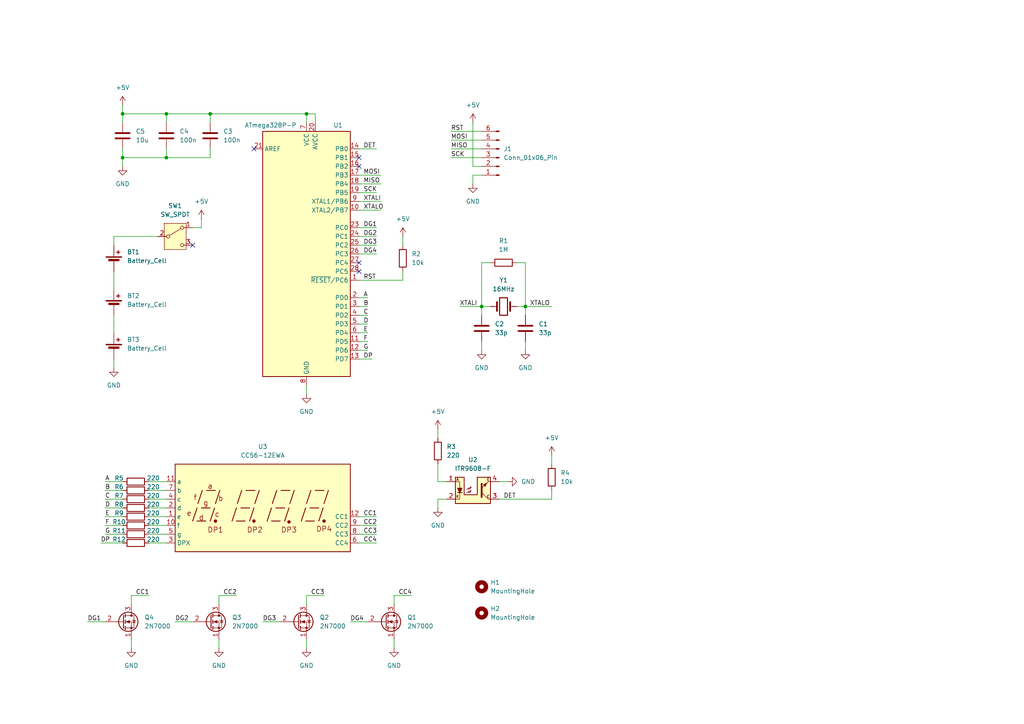
<source format=kicad_sch>
(kicad_sch (version 20231120) (generator "eeschema") (generator_version "8.0")
  (paper "A4")
  (lib_symbols
    (symbol "Connector:Conn_01x06_Pin" (pin_names (offset 1.016) hide)
      (property "Reference" "J" (at 0 7.62 0))
      (property "Value" "Conn_01x06_Pin" (at 0 -10.16 0))
      (symbol "Conn_01x06_Pin_1_1"
        (polyline (pts (xy 1.27 -7.62) (xy 0.8636 -7.62)) (stroke (width 0.1524)))
        (polyline (pts (xy 1.27 -5.08) (xy 0.8636 -5.08)) (stroke (width 0.1524)))
        (polyline (pts (xy 1.27 -2.54) (xy 0.8636 -2.54)) (stroke (width 0.1524)))
        (polyline (pts (xy 1.27 0) (xy 0.8636 0)) (stroke (width 0.1524)))
        (polyline (pts (xy 1.27 2.54) (xy 0.8636 2.54)) (stroke (width 0.1524)))
        (polyline (pts (xy 1.27 5.08) (xy 0.8636 5.08)) (stroke (width 0.1524)))
        (rectangle (start 0.8636 -7.493) (end 0 -7.747) (stroke (width 0.1524)) (fill (type outline)))
        (rectangle (start 0.8636 -4.953) (end 0 -5.207) (stroke (width 0.1524)) (fill (type outline)))
        (rectangle (start 0.8636 -2.413) (end 0 -2.667) (stroke (width 0.1524)) (fill (type outline)))
        (rectangle (start 0.8636 0.127) (end 0 -0.127) (stroke (width 0.1524)) (fill (type outline)))
        (rectangle (start 0.8636 2.667) (end 0 2.413) (stroke (width 0.1524)) (fill (type outline)))
        (rectangle (start 0.8636 5.207) (end 0 4.953) (stroke (width 0.1524)) (fill (type outline)))
        (pin passive line (at 5.08 5.08 180) (length 3.81) (name "Pin_1") (number "1"))
        (pin passive line (at 5.08 2.54 180) (length 3.81) (name "Pin_2") (number "2"))
        (pin passive line (at 5.08 0 180) (length 3.81) (name "Pin_3") (number "3"))
        (pin passive line (at 5.08 -2.54 180) (length 3.81) (name "Pin_4") (number "4"))
        (pin passive line (at 5.08 -5.08 180) (length 3.81) (name "Pin_5") (number "5"))
        (pin passive line (at 5.08 -7.62 180) (length 3.81) (name "Pin_6") (number "6"))
      )
    )
    (symbol "Device:Battery_Cell" (pin_numbers hide) (pin_names (offset 0) hide)
      (property "Reference" "BT" (at 2.54 2.54 0))
      (property "Value" "Battery_Cell" (at 2.54 0 0))
      (symbol "Battery_Cell_0_1"
        (rectangle (start -2.286 1.778) (end 2.286 1.524) (fill (type outline)))
        (rectangle (start -1.524 1.016) (end 1.524 0.508) (fill (type outline)))
        (polyline (pts (xy 0 0.762) (xy 0 0)))
        (polyline (pts (xy 0 1.778) (xy 0 2.54)))
        (polyline (pts (xy 0.762 3.048) (xy 1.778 3.048)) (stroke (width 0.254)))
        (polyline (pts (xy 1.27 3.556) (xy 1.27 2.54)) (stroke (width 0.254)))
      )
      (symbol "Battery_Cell_1_1"
        (pin passive line (at 0 5.08 270) (length 2.54) (name "+") (number "1"))
        (pin passive line (at 0 -2.54 90) (length 2.54) (name "-") (number "2"))
      )
    )
    (symbol "Device:C" (pin_numbers hide) (pin_names (offset 0.254))
      (property "Reference" "C" (at 0.635 2.54 0))
      (property "Value" "C" (at 0.635 -2.54 0))
      (symbol "C_0_1"
        (polyline (pts (xy -2.032 -0.762) (xy 2.032 -0.762)) (stroke (width 0.508)))
        (polyline (pts (xy -2.032 0.762) (xy 2.032 0.762)) (stroke (width 0.508)))
      )
      (symbol "C_1_1"
        (pin passive line (at 0 3.81 270) (length 2.794) (name "~") (number "1"))
        (pin passive line (at 0 -3.81 90) (length 2.794) (name "~") (number "2"))
      )
    )
    (symbol "Device:Crystal" (pin_numbers hide) (pin_names (offset 1.016) hide)
      (property "Reference" "Y" (at 0 3.81 0))
      (property "Value" "Crystal" (at 0 -3.81 0))
      (symbol "Crystal_0_1"
        (rectangle (start -1.143 2.54) (end 1.143 -2.54) (stroke (width 0.3048)))
        (polyline (pts (xy -2.54 0) (xy -1.905 0)))
        (polyline (pts (xy -1.905 -1.27) (xy -1.905 1.27)) (stroke (width 0.508)))
        (polyline (pts (xy 1.905 -1.27) (xy 1.905 1.27)) (stroke (width 0.508)))
        (polyline (pts (xy 2.54 0) (xy 1.905 0)))
      )
      (symbol "Crystal_1_1"
        (pin passive line (at -3.81 0 0) (length 1.27) (name "1") (number "1"))
        (pin passive line (at 3.81 0 180) (length 1.27) (name "2") (number "2"))
      )
    )
    (symbol "Device:R" (pin_numbers hide) (pin_names (offset 0))
      (property "Reference" "R" (at 2.032 0 90))
      (property "Value" "R" (at 0 0 90))
      (symbol "R_0_1"
        (rectangle (start -1.016 -2.54) (end 1.016 2.54) (stroke (width 0.254)))
      )
      (symbol "R_1_1"
        (pin passive line (at 0 3.81 270) (length 1.27) (name "~") (number "1"))
        (pin passive line (at 0 -3.81 90) (length 1.27) (name "~") (number "2"))
      )
    )
    (symbol "Display_Character:CC56-12EWA"
      (property "Reference" "U" (at -24.13 13.97 0))
      (property "Value" "CC56-12EWA" (at 19.05 13.97 0))
      (symbol "CC56-12EWA_0_0"
        (rectangle (start -25.4 12.7) (end 25.4 -12.7) (stroke (width 0.254)) (fill (type background)))
        (polyline (pts (xy -20.32 -3.81) (xy -19.05 0)) (stroke (width 0.254)))
        (polyline (pts (xy -19.05 -3.81) (xy -16.51 -3.81)) (stroke (width 0.254)))
        (polyline (pts (xy -18.796 1.27) (xy -17.526 5.08)) (stroke (width 0.254)))
        (polyline (pts (xy -17.78 0) (xy -15.24 0)) (stroke (width 0.254)))
        (polyline (pts (xy -16.256 5.08) (xy -13.716 5.08)) (stroke (width 0.254)))
        (polyline (pts (xy -15.24 -3.81) (xy -13.97 0)) (stroke (width 0.254)))
        (polyline (pts (xy -13.716 1.27) (xy -12.446 5.08)) (stroke (width 0.254)))
        (polyline (pts (xy -8.89 -3.81) (xy -7.62 0)) (stroke (width 0.254)))
        (polyline (pts (xy -7.62 -3.81) (xy -5.08 -3.81)) (stroke (width 0.254)))
        (polyline (pts (xy -7.366 1.27) (xy -6.096 5.08)) (stroke (width 0.254)))
        (polyline (pts (xy -6.35 0) (xy -3.81 0)) (stroke (width 0.254)))
        (polyline (pts (xy -4.826 5.08) (xy -2.286 5.08)) (stroke (width 0.254)))
        (polyline (pts (xy -3.81 -3.81) (xy -2.54 0)) (stroke (width 0.254)))
        (polyline (pts (xy -2.286 1.27) (xy -1.016 5.08)) (stroke (width 0.254)))
        (polyline (pts (xy 1.27 -3.81) (xy 2.54 0)) (stroke (width 0.254)))
        (polyline (pts (xy 2.54 -3.81) (xy 5.08 -3.81)) (stroke (width 0.254)))
        (polyline (pts (xy 2.794 1.27) (xy 4.064 5.08)) (stroke (width 0.254)))
        (polyline (pts (xy 3.81 0) (xy 6.35 0)) (stroke (width 0.254)))
        (polyline (pts (xy 5.334 5.08) (xy 7.874 5.08)) (stroke (width 0.254)))
        (polyline (pts (xy 6.35 -3.81) (xy 7.62 0)) (stroke (width 0.254)))
        (polyline (pts (xy 7.874 1.27) (xy 9.144 5.08)) (stroke (width 0.254)))
        (polyline (pts (xy 11.176 -3.81) (xy 12.446 0)) (stroke (width 0.254)))
        (polyline (pts (xy 12.446 -3.81) (xy 14.986 -3.81)) (stroke (width 0.254)))
        (polyline (pts (xy 12.7 1.27) (xy 13.97 5.08)) (stroke (width 0.254)))
        (polyline (pts (xy 13.716 0) (xy 16.256 0)) (stroke (width 0.254)))
        (polyline (pts (xy 15.24 5.08) (xy 17.78 5.08)) (stroke (width 0.254)))
        (polyline (pts (xy 16.256 -3.81) (xy 17.526 0)) (stroke (width 0.254)))
        (polyline (pts (xy 17.78 1.27) (xy 19.05 5.08)) (stroke (width 0.254)))
        (text "a" (at -15.24 6.35 0) (effects (font (size 1.524 1.524))))
        (text "b" (at -12.192 2.794 0) (effects (font (size 1.524 1.524))))
        (text "c" (at -13.208 -1.778 0) (effects (font (size 1.524 1.524))))
        (text "d" (at -17.78 -2.794 0) (effects (font (size 1.524 1.524))))
        (text "DP1" (at -13.716 -6.35 0) (effects (font (size 1.524 1.524))))
        (text "DP2" (at -2.286 -6.35 0) (effects (font (size 1.524 1.524))))
        (text "DP3" (at 7.62 -6.35 0) (effects (font (size 1.524 1.524))))
        (text "DP4" (at 17.78 -6.096 0) (effects (font (size 1.524 1.524))))
        (text "e" (at -21.336 -1.524 0) (effects (font (size 1.524 1.524))))
        (text "f" (at -19.558 3.048 0) (effects (font (size 1.524 1.524))))
        (text "g" (at -16.51 1.524 0) (effects (font (size 1.524 1.524))))
      )
      (symbol "CC56-12EWA_0_1"
        (circle (center -13.716 -3.81) (radius 0.3556) (stroke (width 0.254)) (fill (type outline)))
        (circle (center -2.54 -3.81) (radius 0.3556) (stroke (width 0.254)) (fill (type outline)))
      )
      (symbol "CC56-12EWA_1_0"
        (circle (center 7.62 -4.064) (radius 0.3556) (stroke (width 0.254)) (fill (type outline)))
        (circle (center 17.78 -3.81) (radius 0.3556) (stroke (width 0.254)) (fill (type outline)))
      )
      (symbol "CC56-12EWA_1_1"
        (pin input line (at -27.94 -2.54 0) (length 2.54) (name "e") (number "1"))
        (pin input line (at -27.94 -5.08 0) (length 2.54) (name "f") (number "10"))
        (pin input line (at -27.94 7.62 0) (length 2.54) (name "a") (number "11"))
        (pin input line (at 27.94 -2.54 180) (length 2.54) (name "CC1") (number "12"))
        (pin input line (at -27.94 0 0) (length 2.54) (name "d") (number "2"))
        (pin input line (at -27.94 -10.16 0) (length 2.54) (name "DPX") (number "3"))
        (pin input line (at -27.94 2.54 0) (length 2.54) (name "c") (number "4"))
        (pin input line (at -27.94 -7.62 0) (length 2.54) (name "g") (number "5"))
        (pin input line (at 27.94 -10.16 180) (length 2.54) (name "CC4") (number "6"))
        (pin input line (at -27.94 5.08 0) (length 2.54) (name "b") (number "7"))
        (pin input line (at 27.94 -7.62 180) (length 2.54) (name "CC3") (number "8"))
        (pin input line (at 27.94 -5.08 180) (length 2.54) (name "CC2") (number "9"))
      )
    )
    (symbol "MCU_Microchip_ATmega:ATmega328P-P"
      (property "Reference" "U" (at -12.7 36.83 0))
      (property "Value" "ATmega328P-P" (at 2.54 -36.83 0))
      (symbol "ATmega328P-P_0_1"
        (rectangle (start -12.7 -35.56) (end 12.7 35.56) (stroke (width 0.254)) (fill (type background)))
      )
      (symbol "ATmega328P-P_1_1"
        (pin bidirectional line (at 15.24 -7.62 180) (length 2.54) (name "~{RESET}/PC6") (number "1"))
        (pin bidirectional line (at 15.24 12.7 180) (length 2.54) (name "XTAL2/PB7") (number "10"))
        (pin bidirectional line (at 15.24 -25.4 180) (length 2.54) (name "PD5") (number "11"))
        (pin bidirectional line (at 15.24 -27.94 180) (length 2.54) (name "PD6") (number "12"))
        (pin bidirectional line (at 15.24 -30.48 180) (length 2.54) (name "PD7") (number "13"))
        (pin bidirectional line (at 15.24 30.48 180) (length 2.54) (name "PB0") (number "14"))
        (pin bidirectional line (at 15.24 27.94 180) (length 2.54) (name "PB1") (number "15"))
        (pin bidirectional line (at 15.24 25.4 180) (length 2.54) (name "PB2") (number "16"))
        (pin bidirectional line (at 15.24 22.86 180) (length 2.54) (name "PB3") (number "17"))
        (pin bidirectional line (at 15.24 20.32 180) (length 2.54) (name "PB4") (number "18"))
        (pin bidirectional line (at 15.24 17.78 180) (length 2.54) (name "PB5") (number "19"))
        (pin bidirectional line (at 15.24 -12.7 180) (length 2.54) (name "PD0") (number "2"))
        (pin power_in line (at 2.54 38.1 270) (length 2.54) (name "AVCC") (number "20"))
        (pin passive line (at -15.24 30.48 0) (length 2.54) (name "AREF") (number "21"))
        (pin passive line (at 0 -38.1 90) (length 2.54) hide (name "GND") (number "22"))
        (pin bidirectional line (at 15.24 7.62 180) (length 2.54) (name "PC0") (number "23"))
        (pin bidirectional line (at 15.24 5.08 180) (length 2.54) (name "PC1") (number "24"))
        (pin bidirectional line (at 15.24 2.54 180) (length 2.54) (name "PC2") (number "25"))
        (pin bidirectional line (at 15.24 0 180) (length 2.54) (name "PC3") (number "26"))
        (pin bidirectional line (at 15.24 -2.54 180) (length 2.54) (name "PC4") (number "27"))
        (pin bidirectional line (at 15.24 -5.08 180) (length 2.54) (name "PC5") (number "28"))
        (pin bidirectional line (at 15.24 -15.24 180) (length 2.54) (name "PD1") (number "3"))
        (pin bidirectional line (at 15.24 -17.78 180) (length 2.54) (name "PD2") (number "4"))
        (pin bidirectional line (at 15.24 -20.32 180) (length 2.54) (name "PD3") (number "5"))
        (pin bidirectional line (at 15.24 -22.86 180) (length 2.54) (name "PD4") (number "6"))
        (pin power_in line (at 0 38.1 270) (length 2.54) (name "VCC") (number "7"))
        (pin power_in line (at 0 -38.1 90) (length 2.54) (name "GND") (number "8"))
        (pin bidirectional line (at 15.24 15.24 180) (length 2.54) (name "XTAL1/PB6") (number "9"))
      )
    )
    (symbol "Mechanical:MountingHole" (pin_names (offset 1.016)) (exclude_from_sim yes) (in_bom no)
      (property "Reference" "H" (at 0 5.08 0))
      (property "Value" "MountingHole" (at 0 3.175 0))
      (symbol "MountingHole_0_1"
        (circle (center 0 0) (radius 1.27) (stroke (width 1.27)))
      )
    )
    (symbol "Sensor_Proximity:ITR9608-F"
      (property "Reference" "U" (at -5.08 5.08 0))
      (property "Value" "ITR9608-F" (at 0 -5.08 0))
      (symbol "ITR9608-F_0_0"
        (text "A" (at -4.445 3.175 0) (effects (font (size 0.762 0.762))))
        (text "C" (at 4.445 -1.778 0) (effects (font (size 0.762 0.762))))
        (text "E" (at 4.445 3.175 0) (effects (font (size 0.762 0.762))))
        (text "K" (at -4.445 -1.778 0) (effects (font (size 0.762 0.762))))
      )
      (symbol "ITR9608-F_0_1"
        (polyline (pts (xy -4.445 -0.635) (xy -3.175 -0.635)) (stroke (width 0.254)))
        (polyline (pts (xy 2.54 -0.635) (xy 4.445 -2.54)))
        (polyline (pts (xy 4.445 -2.54) (xy 5.08 -2.54)))
        (polyline (pts (xy 4.445 2.54) (xy 2.54 0.635)) (fill (type outline)))
        (polyline (pts (xy 4.445 2.54) (xy 5.08 2.54)))
        (polyline (pts (xy -5.08 -2.54) (xy -3.81 -2.54) (xy -3.81 -0.635)))
        (polyline (pts (xy -5.08 2.54) (xy -3.81 2.54) (xy -3.81 0.635)))
        (polyline (pts (xy 2.54 -1.905) (xy 2.54 1.905) (xy 2.54 1.905)) (stroke (width 0.508)))
        (polyline (pts (xy -3.81 -0.635) (xy -4.445 0.635) (xy -3.175 0.635) (xy -3.81 -0.635)) (stroke (width 0.254)) (fill (type outline)))
        (polyline (pts (xy -1.778 0.254) (xy -1.2446 0.762) (xy -1.2446 0.254) (xy -0.4826 1.016)))
        (polyline (pts (xy -0.4826 1.016) (xy -0.9906 0.762) (xy -0.7366 0.508) (xy -0.4826 1.016)))
        (polyline (pts (xy 3.048 1.651) (xy 3.556 1.143) (xy 4.064 2.159) (xy 3.048 1.651) (xy 3.048 1.651)) (fill (type outline)))
        (polyline (pts (xy -1.778 -0.762) (xy -1.2446 -0.254) (xy -1.2446 -0.762) (xy -0.4826 0) (xy -0.9906 -0.254) (xy -0.7366 -0.508) (xy -0.4826 0)))
        (polyline (pts (xy -5.08 3.81) (xy -5.08 -3.81) (xy 5.08 -3.81) (xy 5.08 3.81) (xy 1.27 3.81) (xy 1.27 -1.27) (xy -2.54 -1.27) (xy -2.54 3.81) (xy -5.08 3.81)) (stroke (width 0.254)) (fill (type background)))
      )
      (symbol "ITR9608-F_1_1"
        (pin passive line (at -7.62 2.54 0) (length 2.54) (name "~") (number "1"))
        (pin passive line (at -7.62 -2.54 0) (length 2.54) (name "~") (number "2"))
        (pin open_collector line (at 7.62 -2.54 180) (length 2.54) (name "~") (number "3"))
        (pin open_emitter line (at 7.62 2.54 180) (length 2.54) (name "~") (number "4"))
      )
    )
    (symbol "Switch:SW_SPDT" (pin_names (offset 0) hide)
      (property "Reference" "SW" (at 0 5.08 0))
      (property "Value" "SW_SPDT" (at 0 -5.08 0))
      (symbol "SW_SPDT_0_1"
        (circle (center -2.032 0) (radius 0.4572))
        (polyline (pts (xy -1.651 0.254) (xy 1.651 2.286)))
        (circle (center 2.032 -2.54) (radius 0.4572))
        (circle (center 2.032 2.54) (radius 0.4572))
      )
      (symbol "SW_SPDT_1_1"
        (rectangle (start -3.175 3.81) (end 3.175 -3.81) (fill (type background)))
        (pin passive line (at 5.08 2.54 180) (length 2.54) (name "A") (number "1"))
        (pin passive line (at -5.08 0 0) (length 2.54) (name "B") (number "2"))
        (pin passive line (at 5.08 -2.54 180) (length 2.54) (name "C") (number "3"))
      )
    )
    (symbol "Transistor_FET:2N7000" (pin_names hide)
      (property "Reference" "Q" (at 5.08 1.905 0))
      (property "Value" "2N7000" (at 5.08 0 0))
      (symbol "2N7000_0_1"
        (polyline (pts (xy 0.254 0) (xy -2.54 0)))
        (polyline (pts (xy 0.254 1.905) (xy 0.254 -1.905)) (stroke (width 0.254)))
        (polyline (pts (xy 0.762 -1.27) (xy 0.762 -2.286)) (stroke (width 0.254)))
        (polyline (pts (xy 0.762 0.508) (xy 0.762 -0.508)) (stroke (width 0.254)))
        (polyline (pts (xy 0.762 2.286) (xy 0.762 1.27)) (stroke (width 0.254)))
        (polyline (pts (xy 2.54 2.54) (xy 2.54 1.778)))
        (polyline (pts (xy 2.54 -2.54) (xy 2.54 0) (xy 0.762 0)))
        (polyline (pts (xy 0.762 -1.778) (xy 3.302 -1.778) (xy 3.302 1.778) (xy 0.762 1.778)))
        (polyline (pts (xy 1.016 0) (xy 2.032 0.381) (xy 2.032 -0.381) (xy 1.016 0)) (fill (type outline)))
        (polyline (pts (xy 2.794 0.508) (xy 2.921 0.381) (xy 3.683 0.381) (xy 3.81 0.254)))
        (polyline (pts (xy 3.302 0.381) (xy 2.921 -0.254) (xy 3.683 -0.254) (xy 3.302 0.381)))
        (circle (center 1.651 0) (radius 2.794) (stroke (width 0.254)))
        (circle (center 2.54 -1.778) (radius 0.254) (fill (type outline)))
        (circle (center 2.54 1.778) (radius 0.254) (fill (type outline)))
      )
      (symbol "2N7000_1_1"
        (pin passive line (at 2.54 -5.08 90) (length 2.54) (name "S") (number "1"))
        (pin input line (at -5.08 0 0) (length 2.54) (name "G") (number "2"))
        (pin passive line (at 2.54 5.08 270) (length 2.54) (name "D") (number "3"))
      )
    )
    (symbol "power:+5V" (power) (pin_numbers hide) (pin_names (offset 0) hide)
      (property "Value" "+5V" (at 0 3.556 0))
      (symbol "+5V_0_1"
        (polyline (pts (xy -0.762 1.27) (xy 0 2.54)))
        (polyline (pts (xy 0 0) (xy 0 2.54)))
        (polyline (pts (xy 0 2.54) (xy 0.762 1.27)))
      )
      (symbol "+5V_1_1"
        (pin power_in line (at 0 0 90) (length 0) (name "~") (number "1"))
      )
    )
    (symbol "power:GND" (power) (pin_numbers hide) (pin_names (offset 0) hide)
      (property "Value" "GND" (at 0 -3.81 0))
      (symbol "GND_0_1"
        (polyline (pts (xy 0 0) (xy 0 -1.27) (xy 1.27 -1.27) (xy 0 -2.54) (xy -1.27 -1.27) (xy 0 -1.27)))
      )
      (symbol "GND_1_1"
        (pin power_in line (at 0 0 270) (length 0) (name "~") (number "1"))
      )
    )
  )
  (junction (at 48.26 33.02))
  (junction (at 88.9 33.02))
  (junction (at 35.56 45.72))
  (junction (at 48.26 45.72))
  (junction (at 139.7 88.9))
  (junction (at 152.4 88.9))
  (junction (at 60.96 33.02))
  (junction (at 35.56 33.02))
  (no_connect (at 55.88 71.12))
  (no_connect (at 73.66 43.18))
  (no_connect (at 104.14 78.74))
  (no_connect (at 104.14 76.2))
  (no_connect (at 104.14 48.26))
  (no_connect (at 104.14 45.72))
  (wire (pts (xy 30.48 142.24) (xy 35.56 142.24)))
  (wire (pts (xy 88.9 33.02) (xy 91.44 33.02)))
  (wire (pts (xy 29.21 157.48) (xy 35.56 157.48)))
  (wire (pts (xy 137.16 48.26) (xy 139.7 48.26)))
  (wire (pts (xy 38.1 185.42) (xy 38.1 187.96)))
  (wire (pts (xy 88.9 33.02) (xy 88.9 35.56)))
  (wire (pts (xy 33.02 104.14) (xy 33.02 106.68)))
  (wire (pts (xy 60.96 45.72) (xy 60.96 43.18)))
  (wire (pts (xy 76.2 180.34) (xy 81.28 180.34)))
  (wire (pts (xy 139.7 99.06) (xy 139.7 101.6)))
  (wire (pts (xy 104.14 149.86) (xy 109.22 149.86)))
  (wire (pts (xy 104.14 58.42) (xy 110.49 58.42)))
  (wire (pts (xy 43.18 139.7) (xy 48.26 139.7)))
  (wire (pts (xy 50.8 180.34) (xy 55.88 180.34)))
  (wire (pts (xy 130.81 45.72) (xy 139.7 45.72)))
  (wire (pts (xy 43.18 154.94) (xy 48.26 154.94)))
  (wire (pts (xy 43.18 147.32) (xy 48.26 147.32)))
  (wire (pts (xy 45.72 68.58) (xy 33.02 68.58)))
  (wire (pts (xy 43.18 144.78) (xy 48.26 144.78)))
  (wire (pts (xy 130.81 43.18) (xy 139.7 43.18)))
  (wire (pts (xy 127 147.32) (xy 127 144.78)))
  (wire (pts (xy 104.14 157.48) (xy 109.22 157.48)))
  (wire (pts (xy 63.5 185.42) (xy 63.5 187.96)))
  (wire (pts (xy 30.48 154.94) (xy 35.56 154.94)))
  (wire (pts (xy 104.14 73.66) (xy 109.22 73.66)))
  (wire (pts (xy 35.56 45.72) (xy 35.56 48.26)))
  (wire (pts (xy 104.14 66.04) (xy 109.22 66.04)))
  (wire (pts (xy 35.56 33.02) (xy 48.26 33.02)))
  (wire (pts (xy 104.14 152.4) (xy 109.22 152.4)))
  (wire (pts (xy 137.16 50.8) (xy 139.7 50.8)))
  (wire (pts (xy 104.14 88.9) (xy 106.68 88.9)))
  (wire (pts (xy 142.24 88.9) (xy 139.7 88.9)))
  (wire (pts (xy 104.14 60.96) (xy 110.49 60.96)))
  (wire (pts (xy 30.48 152.4) (xy 35.56 152.4)))
  (wire (pts (xy 88.9 111.76) (xy 88.9 114.3)))
  (wire (pts (xy 35.56 30.48) (xy 35.56 33.02)))
  (wire (pts (xy 104.14 104.14) (xy 107.95 104.14)))
  (wire (pts (xy 48.26 33.02) (xy 60.96 33.02)))
  (wire (pts (xy 104.14 68.58) (xy 109.22 68.58)))
  (wire (pts (xy 104.14 93.98) (xy 106.68 93.98)))
  (wire (pts (xy 127 134.62) (xy 127 139.7)))
  (wire (pts (xy 35.56 35.56) (xy 35.56 33.02)))
  (wire (pts (xy 104.14 71.12) (xy 109.22 71.12)))
  (wire (pts (xy 130.81 40.64) (xy 139.7 40.64)))
  (wire (pts (xy 152.4 76.2) (xy 149.86 76.2)))
  (wire (pts (xy 38.1 175.26) (xy 38.1 172.72)))
  (wire (pts (xy 25.4 180.34) (xy 30.48 180.34)))
  (wire (pts (xy 48.26 33.02) (xy 48.26 35.56)))
  (wire (pts (xy 114.3 185.42) (xy 114.3 187.96)))
  (wire (pts (xy 48.26 45.72) (xy 60.96 45.72)))
  (wire (pts (xy 152.4 88.9) (xy 160.02 88.9)))
  (wire (pts (xy 43.18 142.24) (xy 48.26 142.24)))
  (wire (pts (xy 130.81 38.1) (xy 139.7 38.1)))
  (wire (pts (xy 152.4 99.06) (xy 152.4 101.6)))
  (wire (pts (xy 139.7 88.9) (xy 139.7 91.44)))
  (wire (pts (xy 88.9 185.42) (xy 88.9 187.96)))
  (wire (pts (xy 104.14 43.18) (xy 109.22 43.18)))
  (wire (pts (xy 160.02 144.78) (xy 144.78 144.78)))
  (wire (pts (xy 43.18 152.4) (xy 48.26 152.4)))
  (wire (pts (xy 30.48 144.78) (xy 35.56 144.78)))
  (wire (pts (xy 116.84 81.28) (xy 116.84 78.74)))
  (wire (pts (xy 104.14 99.06) (xy 106.68 99.06)))
  (wire (pts (xy 58.42 66.04) (xy 55.88 66.04)))
  (wire (pts (xy 139.7 76.2) (xy 142.24 76.2)))
  (wire (pts (xy 35.56 43.18) (xy 35.56 45.72)))
  (wire (pts (xy 91.44 33.02) (xy 91.44 35.56)))
  (wire (pts (xy 104.14 154.94) (xy 109.22 154.94)))
  (wire (pts (xy 30.48 139.7) (xy 35.56 139.7)))
  (wire (pts (xy 114.3 172.72) (xy 119.38 172.72)))
  (wire (pts (xy 48.26 45.72) (xy 48.26 43.18)))
  (wire (pts (xy 63.5 175.26) (xy 63.5 172.72)))
  (wire (pts (xy 104.14 96.52) (xy 106.68 96.52)))
  (wire (pts (xy 88.9 175.26) (xy 88.9 172.72)))
  (wire (pts (xy 63.5 172.72) (xy 68.58 172.72)))
  (wire (pts (xy 33.02 91.44) (xy 33.02 96.52)))
  (wire (pts (xy 104.14 53.34) (xy 110.49 53.34)))
  (wire (pts (xy 133.35 88.9) (xy 139.7 88.9)))
  (wire (pts (xy 43.18 157.48) (xy 48.26 157.48)))
  (wire (pts (xy 127 124.46) (xy 127 127)))
  (wire (pts (xy 33.02 78.74) (xy 33.02 83.82)))
  (wire (pts (xy 101.6 180.34) (xy 106.68 180.34)))
  (wire (pts (xy 30.48 149.86) (xy 35.56 149.86)))
  (wire (pts (xy 147.32 139.7) (xy 144.78 139.7)))
  (wire (pts (xy 127 144.78) (xy 129.54 144.78)))
  (wire (pts (xy 160.02 142.24) (xy 160.02 144.78)))
  (wire (pts (xy 152.4 88.9) (xy 152.4 91.44)))
  (wire (pts (xy 60.96 33.02) (xy 88.9 33.02)))
  (wire (pts (xy 60.96 33.02) (xy 60.96 35.56)))
  (wire (pts (xy 114.3 175.26) (xy 114.3 172.72)))
  (wire (pts (xy 139.7 88.9) (xy 139.7 76.2)))
  (wire (pts (xy 88.9 172.72) (xy 93.98 172.72)))
  (wire (pts (xy 116.84 68.58) (xy 116.84 71.12)))
  (wire (pts (xy 160.02 132.08) (xy 160.02 134.62)))
  (wire (pts (xy 43.18 149.86) (xy 48.26 149.86)))
  (wire (pts (xy 104.14 101.6) (xy 106.68 101.6)))
  (wire (pts (xy 127 139.7) (xy 129.54 139.7)))
  (wire (pts (xy 137.16 35.56) (xy 137.16 48.26)))
  (wire (pts (xy 104.14 86.36) (xy 106.68 86.36)))
  (wire (pts (xy 149.86 88.9) (xy 152.4 88.9)))
  (wire (pts (xy 38.1 172.72) (xy 43.18 172.72)))
  (wire (pts (xy 137.16 53.34) (xy 137.16 50.8)))
  (wire (pts (xy 152.4 88.9) (xy 152.4 76.2)))
  (wire (pts (xy 30.48 147.32) (xy 35.56 147.32)))
  (wire (pts (xy 58.42 63.5) (xy 58.42 66.04)))
  (wire (pts (xy 104.14 91.44) (xy 106.68 91.44)))
  (wire (pts (xy 104.14 81.28) (xy 116.84 81.28)))
  (wire (pts (xy 104.14 50.8) (xy 110.49 50.8)))
  (wire (pts (xy 33.02 68.58) (xy 33.02 71.12)))
  (wire (pts (xy 104.14 55.88) (xy 109.22 55.88)))
  (wire (pts (xy 35.56 45.72) (xy 48.26 45.72)))
  (label "CC3" (at 90.17 172.72 0))
  (label "DP" (at 105.41 104.14 0))
  (label "C" (at 105.41 91.44 0))
  (label "XTALO" (at 105.41 60.96 0))
  (label "SCK" (at 105.41 55.88 0))
  (label "CC2" (at 105.41 152.4 0))
  (label "RST" (at 105.41 81.28 0))
  (label "DG2" (at 50.8 180.34 0))
  (label "MOSI" (at 130.81 40.64 0))
  (label "A" (at 30.48 139.7 0))
  (label "CC1" (at 105.41 149.86 0))
  (label "G" (at 105.41 101.6 0))
  (label "DET" (at 146.05 144.78 0))
  (label "DG1" (at 105.41 66.04 0))
  (label "MOSI" (at 105.41 50.8 0))
  (label "CC1" (at 39.37 172.72 0))
  (label "DG3" (at 105.41 71.12 0))
  (label "B" (at 105.41 88.9 0))
  (label "G" (at 30.48 154.94 0))
  (label "F" (at 105.41 99.06 0))
  (label "D" (at 30.48 147.32 0))
  (label "F" (at 30.48 152.4 0))
  (label "CC4" (at 105.41 157.48 0))
  (label "B" (at 30.48 142.24 0))
  (label "CC2" (at 64.77 172.72 0))
  (label "D" (at 105.41 93.98 0))
  (label "XTALO" (at 153.67 88.9 0))
  (label "SCK" (at 130.81 45.72 0))
  (label "DG3" (at 76.2 180.34 0))
  (label "DP" (at 29.21 157.48 0))
  (label "CC4" (at 115.57 172.72 0))
  (label "DET" (at 105.41 43.18 0))
  (label "XTALI" (at 133.35 88.9 0))
  (label "DG4" (at 105.41 73.66 0))
  (label "DG1" (at 25.4 180.34 0))
  (label "C" (at 30.48 144.78 0))
  (label "A" (at 105.41 86.36 0))
  (label "E" (at 30.48 149.86 0))
  (label "MISO" (at 130.81 43.18 0))
  (label "CC3" (at 105.41 154.94 0))
  (label "DG4" (at 101.6 180.34 0))
  (label "DG2" (at 105.41 68.58 0))
  (label "MISO" (at 105.41 53.34 0))
  (label "XTALI" (at 105.41 58.42 0))
  (label "E" (at 105.41 96.52 0))
  (label "RST" (at 130.81 38.1 0))
  (symbol (lib_id "Device:C") (at 35.56 39.37 0) (unit 1)
    (property "Reference" "C5" (at 39.37 38.0999 0) (effects (justify left)))
    (property "Value" "10u" (at 39.37 40.6399 0) (effects (justify left)))
    (property "Footprint" "Capacitor_THT:C_Disc_D5.1mm_W3.2mm_P5.00mm" (effects (hide yes)))
    (property "Description" "Unpolarized capacitor" (effects (hide yes)))
    (property "LCSC" " C2761733" (effects (hide yes)))
  )
  (symbol (lib_id "Device:Battery_Cell") (at 33.02 101.6 0) (unit 1)
    (property "Reference" "BT3" (at 36.83 98.4884 0) (effects (justify left)))
    (property "Value" "Battery_Cell" (at 36.83 101.0284 0) (effects (justify left)))
    (property "Footprint" "User_Footprints:BH-AAA-A1AJ001" (effects (hide yes)))
    (property "Description" "Single-cell battery" (effects (hide yes)))
    (property "LCSC" "C5290189" (effects (hide yes)))
  )
  (symbol (lib_id "Device:C") (at 48.26 39.37 0) (unit 1)
    (property "Reference" "C4" (at 52.07 38.0999 0) (effects (justify left)))
    (property "Value" "100n" (at 52.07 40.6399 0) (effects (justify left)))
    (property "Footprint" "Capacitor_THT:C_Disc_D4.7mm_W2.5mm_P5.00mm" (effects (hide yes)))
    (property "Description" "Unpolarized capacitor" (effects (hide yes)))
    (property "LCSC" "C5632426" (effects (hide yes)))
  )
  (symbol (lib_id "Device:R") (at 39.37 149.86 90) (unit 1)
    (property "Reference" "R9" (at 34.544 148.844 90))
    (property "Value" "220" (at 44.45 148.844 90))
    (property "Footprint" "Resistor_THT:R_Axial_DIN0207_L6.3mm_D2.5mm_P7.62mm_Horizontal" (effects (hide yes)))
    (property "Description" "Resistor" (effects (hide yes)))
    (property "LCSC" "C57439" (effects (hide yes)))
  )
  (symbol (lib_id "Transistor_FET:2N7000") (at 60.96 180.34 0) (unit 1)
    (property "Reference" "Q3" (at 67.31 179.0699 0) (effects (justify left)))
    (property "Value" "2N7000" (at 67.31 181.6099 0) (effects (justify left)))
    (property "Footprint" "Package_TO_SOT_THT:TO-92_Inline" (effects (hide yes)))
    (property "Datasheet" "https://www.vishay.com/docs/70226/70226.pdf" (effects (hide yes)))
    (property "Description" "0.2A Id, 200V Vds, N-Channel MOSFET, 2.6V Logic Level, TO-92" (effects (hide yes)))
    (property "LCSC" "C9114" (effects (hide yes)))
  )
  (symbol (lib_id "power:+5V") (at 116.84 68.58 0) (unit 1)
    (property "Reference" "#PWR08" (effects (hide yes)))
    (property "Value" "+5V" (at 116.84 63.5 0))
    (property "Description" "Power symbol creates a global label with name \"+5V\"" (effects (hide yes)))
  )
  (symbol (lib_id "power:GND") (at 147.32 139.7 90) (unit 1)
    (property "Reference" "#PWR011" (effects (hide yes)))
    (property "Value" "GND" (at 151.13 139.6999 90) (effects (justify right)))
    (property "Description" "Power symbol creates a global label with name \"GND\" , ground" (effects (hide yes)))
  )
  (symbol (lib_id "power:+5V") (at 137.16 35.56 0) (unit 1)
    (property "Reference" "#PWR018" (effects (hide yes)))
    (property "Value" "+5V" (at 137.16 30.48 0))
    (property "Description" "Power symbol creates a global label with name \"+5V\"" (effects (hide yes)))
  )
  (symbol (lib_id "Device:R") (at 116.84 74.93 0) (unit 1)
    (property "Reference" "R2" (at 119.38 73.6599 0) (effects (justify left)))
    (property "Value" "10k" (at 119.38 76.1999 0) (effects (justify left)))
    (property "Footprint" "Resistor_THT:R_Axial_DIN0207_L6.3mm_D2.5mm_P7.62mm_Horizontal" (effects (hide yes)))
    (property "Description" "Resistor" (effects (hide yes)))
    (property "LCSC" " C410695" (effects (hide yes)))
  )
  (symbol (lib_id "Mechanical:MountingHole") (at 139.7 177.8 0) (unit 1) (exclude_from_sim yes) (in_bom no)
    (property "Reference" "H2" (at 142.24 176.5299 0) (effects (justify left)))
    (property "Value" "MountingHole" (at 142.24 179.0699 0) (effects (justify left)))
    (property "Footprint" "MountingHole:MountingHole_3.2mm_M3" (effects (hide yes)))
    (property "Description" "Mounting Hole without connection" (effects (hide yes)))
  )
  (symbol (lib_id "power:GND") (at 137.16 53.34 0) (unit 1)
    (property "Reference" "#PWR017" (effects (hide yes)))
    (property "Value" "GND" (at 137.16 58.42 0))
    (property "Description" "Power symbol creates a global label with name \"GND\" , ground" (effects (hide yes)))
  )
  (symbol (lib_id "Device:R") (at 39.37 147.32 90) (unit 1)
    (property "Reference" "R8" (at 34.544 146.304 90))
    (property "Value" "220" (at 44.45 146.304 90))
    (property "Footprint" "Resistor_THT:R_Axial_DIN0207_L6.3mm_D2.5mm_P7.62mm_Horizontal" (effects (hide yes)))
    (property "Description" "Resistor" (effects (hide yes)))
    (property "LCSC" "C57439" (effects (hide yes)))
  )
  (symbol (lib_id "power:GND") (at 114.3 187.96 0) (unit 1)
    (property "Reference" "#PWR014" (effects (hide yes)))
    (property "Value" "GND" (at 114.3 193.04 0))
    (property "Description" "Power symbol creates a global label with name \"GND\" , ground" (effects (hide yes)))
  )
  (symbol (lib_id "Device:R") (at 39.37 139.7 90) (unit 1)
    (property "Reference" "R5" (at 34.544 138.684 90))
    (property "Value" "220" (at 44.45 138.684 90))
    (property "Footprint" "Resistor_THT:R_Axial_DIN0207_L6.3mm_D2.5mm_P7.62mm_Horizontal" (effects (hide yes)))
    (property "Description" "Resistor" (effects (hide yes)))
    (property "LCSC" "C57439" (effects (hide yes)))
  )
  (symbol (lib_id "Transistor_FET:2N7000") (at 35.56 180.34 0) (unit 1)
    (property "Reference" "Q4" (at 41.91 179.0699 0) (effects (justify left)))
    (property "Value" "2N7000" (at 41.91 181.6099 0) (effects (justify left)))
    (property "Footprint" "Package_TO_SOT_THT:TO-92_Inline" (effects (hide yes)))
    (property "Datasheet" "https://www.vishay.com/docs/70226/70226.pdf" (effects (hide yes)))
    (property "Description" "0.2A Id, 200V Vds, N-Channel MOSFET, 2.6V Logic Level, TO-92" (effects (hide yes)))
    (property "LCSC" "C9114" (effects (hide yes)))
  )
  (symbol (lib_id "power:+5V") (at 127 124.46 0) (unit 1)
    (property "Reference" "#PWR010" (effects (hide yes)))
    (property "Value" "+5V" (at 127 119.38 0))
    (property "Description" "Power symbol creates a global label with name \"+5V\"" (effects (hide yes)))
  )
  (symbol (lib_id "Device:R") (at 127 130.81 0) (unit 1)
    (property "Reference" "R3" (at 129.54 129.5399 0) (effects (justify left)))
    (property "Value" "220" (at 129.54 132.0799 0) (effects (justify left)))
    (property "Footprint" "Resistor_THT:R_Axial_DIN0207_L6.3mm_D2.5mm_P7.62mm_Horizontal" (effects (hide yes)))
    (property "Description" "Resistor" (effects (hide yes)))
    (property "LCSC" "C57439" (effects (hide yes)))
  )
  (symbol (lib_id "Device:R") (at 39.37 157.48 90) (unit 1)
    (property "Reference" "R12" (at 34.544 156.464 90))
    (property "Value" "220" (at 44.45 156.464 90))
    (property "Footprint" "Resistor_THT:R_Axial_DIN0207_L6.3mm_D2.5mm_P7.62mm_Horizontal" (effects (hide yes)))
    (property "Description" "Resistor" (effects (hide yes)))
    (property "LCSC" "C57439" (effects (hide yes)))
  )
  (symbol (lib_id "Device:Crystal") (at 146.05 88.9 180) (unit 1)
    (property "Reference" "Y1" (at 146.05 81.28 0))
    (property "Value" "16MHz" (at 146.05 83.82 0))
    (property "Footprint" "Crystal:Crystal_HC49-4H_Vertical" (effects (hide yes)))
    (property "Description" "Two pin crystal" (effects (hide yes)))
    (property "LCSC" "C16212" (effects (hide yes)))
  )
  (symbol (lib_id "Device:R") (at 39.37 154.94 90) (unit 1)
    (property "Reference" "R11" (at 34.544 153.924 90))
    (property "Value" "220" (at 44.45 153.924 90))
    (property "Footprint" "Resistor_THT:R_Axial_DIN0207_L6.3mm_D2.5mm_P7.62mm_Horizontal" (effects (hide yes)))
    (property "Description" "Resistor" (effects (hide yes)))
    (property "LCSC" "C57439" (effects (hide yes)))
  )
  (symbol (lib_id "Mechanical:MountingHole") (at 139.7 170.18 0) (unit 1) (exclude_from_sim yes) (in_bom no)
    (property "Reference" "H1" (at 142.24 168.9099 0) (effects (justify left)))
    (property "Value" "MountingHole" (at 142.24 171.4499 0) (effects (justify left)))
    (property "Footprint" "MountingHole:MountingHole_3.2mm_M3" (effects (hide yes)))
    (property "Description" "Mounting Hole without connection" (effects (hide yes)))
  )
  (symbol (lib_id "Device:R") (at 39.37 142.24 90) (unit 1)
    (property "Reference" "R6" (at 34.544 141.224 90))
    (property "Value" "220" (at 44.45 141.224 90))
    (property "Footprint" "Resistor_THT:R_Axial_DIN0207_L6.3mm_D2.5mm_P7.62mm_Horizontal" (effects (hide yes)))
    (property "Description" "Resistor" (effects (hide yes)))
    (property "LCSC" "C57439" (effects (hide yes)))
  )
  (symbol (lib_id "Device:C") (at 139.7 95.25 180) (unit 1)
    (property "Reference" "C2" (at 143.51 93.9799 0) (effects (justify right)))
    (property "Value" "33p" (at 143.51 96.5199 0) (effects (justify right)))
    (property "Footprint" "Capacitor_THT:C_Disc_D3.8mm_W2.6mm_P2.50mm" (effects (hide yes)))
    (property "Description" "Unpolarized capacitor" (effects (hide yes)))
    (property "LCSC" "C2170185" (effects (hide yes)))
  )
  (symbol (lib_id "power:GND") (at 38.1 187.96 0) (unit 1)
    (property "Reference" "#PWR016" (effects (hide yes)))
    (property "Value" "GND" (at 38.1 193.04 0))
    (property "Description" "Power symbol creates a global label with name \"GND\" , ground" (effects (hide yes)))
  )
  (symbol (lib_id "Transistor_FET:2N7000") (at 111.76 180.34 0) (unit 1)
    (property "Reference" "Q1" (at 118.11 179.0699 0) (effects (justify left)))
    (property "Value" "2N7000" (at 118.11 181.6099 0) (effects (justify left)))
    (property "Footprint" "Package_TO_SOT_THT:TO-92_Inline" (effects (hide yes)))
    (property "Datasheet" "https://www.vishay.com/docs/70226/70226.pdf" (effects (hide yes)))
    (property "Description" "0.2A Id, 200V Vds, N-Channel MOSFET, 2.6V Logic Level, TO-92" (effects (hide yes)))
    (property "LCSC" "C9114" (effects (hide yes)))
  )
  (symbol (lib_id "Device:C") (at 152.4 95.25 180) (unit 1)
    (property "Reference" "C1" (at 156.21 93.9799 0) (effects (justify right)))
    (property "Value" "33p" (at 156.21 96.5199 0) (effects (justify right)))
    (property "Footprint" "Capacitor_THT:C_Disc_D3.8mm_W2.6mm_P2.50mm" (effects (hide yes)))
    (property "Description" "Unpolarized capacitor" (effects (hide yes)))
    (property "LCSC" "C2170185" (effects (hide yes)))
  )
  (symbol (lib_id "Sensor_Proximity:ITR9608-F") (at 137.16 142.24 0) (unit 1)
    (property "Reference" "U2" (at 137.16 133.35 0))
    (property "Value" "ITR9608-F" (at 137.16 135.89 0))
    (property "Footprint" "OptoDevice:Everlight_ITR9608-F" (effects (hide yes)))
    (property "Datasheet" "https://www.everlighteurope.com/custom/files/datasheets/DRX-0000076.pdf" (effects (hide yes)))
    (property "Description" "Photointerrupter infrared LED with photo IC, -25 to +85 degree Celsius" (effects (hide yes)))
    (property "LCSC" "C3656393" (effects (hide yes)))
  )
  (symbol (lib_id "power:+5V") (at 160.02 132.08 0) (unit 1)
    (property "Reference" "#PWR012" (effects (hide yes)))
    (property "Value" "+5V" (at 160.02 127 0))
    (property "Description" "Power symbol creates a global label with name \"+5V\"" (effects (hide yes)))
  )
  (symbol (lib_id "Device:Battery_Cell") (at 33.02 88.9 0) (unit 1)
    (property "Reference" "BT2" (at 36.83 85.7884 0) (effects (justify left)))
    (property "Value" "Battery_Cell" (at 36.83 88.3284 0) (effects (justify left)))
    (property "Footprint" "User_Footprints:BH-AAA-A1AJ001" (effects (hide yes)))
    (property "Description" "Single-cell battery" (effects (hide yes)))
    (property "LCSC" "C5290189" (effects (hide yes)))
  )
  (symbol (lib_id "power:GND") (at 139.7 101.6 0) (unit 1)
    (property "Reference" "#PWR05" (effects (hide yes)))
    (property "Value" "GND" (at 139.7 106.68 0))
    (property "Description" "Power symbol creates a global label with name \"GND\" , ground" (effects (hide yes)))
  )
  (symbol (lib_id "Connector:Conn_01x06_Pin") (at 144.78 45.72 180) (unit 1)
    (property "Reference" "J1" (at 146.05 43.1799 0) (effects (justify right)))
    (property "Value" "Conn_01x06_Pin" (at 146.05 45.7199 0) (effects (justify right)))
    (property "Footprint" "Connector_PinHeader_2.54mm:PinHeader_1x06_P2.54mm_Vertical" (effects (hide yes)))
    (property "Description" "Generic connector, single row, 01x06, script generated" (effects (hide yes)))
    (property "LCSC" "C240305" (effects (hide yes)))
  )
  (symbol (lib_id "power:GND") (at 88.9 114.3 0) (unit 1)
    (property "Reference" "#PWR01" (effects (hide yes)))
    (property "Value" "GND" (at 88.9 119.38 0))
    (property "Description" "Power symbol creates a global label with name \"GND\" , ground" (effects (hide yes)))
  )
  (symbol (lib_id "Transistor_FET:2N7000") (at 86.36 180.34 0) (unit 1)
    (property "Reference" "Q2" (at 92.71 179.0699 0) (effects (justify left)))
    (property "Value" "2N7000" (at 92.71 181.6099 0) (effects (justify left)))
    (property "Footprint" "Package_TO_SOT_THT:TO-92_Inline" (effects (hide yes)))
    (property "Datasheet" "https://www.vishay.com/docs/70226/70226.pdf" (effects (hide yes)))
    (property "Description" "0.2A Id, 200V Vds, N-Channel MOSFET, 2.6V Logic Level, TO-92" (effects (hide yes)))
    (property "LCSC" "C9114" (effects (hide yes)))
  )
  (symbol (lib_id "Device:R") (at 146.05 76.2 90) (unit 1)
    (property "Reference" "R1" (at 146.05 69.85 90))
    (property "Value" "1M" (at 146.05 72.39 90))
    (property "Footprint" "Resistor_THT:R_Axial_DIN0207_L6.3mm_D2.5mm_P7.62mm_Horizontal" (effects (hide yes)))
    (property "Description" "Resistor" (effects (hide yes)))
    (property "LCSC" "C2903250" (effects (hide yes)))
  )
  (symbol (lib_id "Display_Character:CC56-12EWA") (at 76.2 147.32 0) (unit 1)
    (property "Reference" "U3" (at 76.2 129.54 0))
    (property "Value" "CC56-12EWA" (at 76.2 132.08 0))
    (property "Footprint" "Display_7Segment:CA56-12EWA" (effects (hide yes)))
    (property "Datasheet" "http://www.kingbrightusa.com/images/catalog/SPEC/CA56-12EWA.pdf" (effects (hide yes)))
    (property "Description" "4 digit 7 segment high efficiency red LED, common cathode" (effects (hide yes)))
    (property "LCSC" "C54396" (effects (hide yes)))
  )
  (symbol (lib_id "Device:Battery_Cell") (at 33.02 76.2 0) (unit 1)
    (property "Reference" "BT1" (at 36.83 73.0884 0) (effects (justify left)))
    (property "Value" "Battery_Cell" (at 36.83 75.6284 0) (effects (justify left)))
    (property "Footprint" "User_Footprints:BH-AAA-A1AJ001" (effects (hide yes)))
    (property "Description" "Single-cell battery" (effects (hide yes)))
    (property "LCSC" "C5290189" (effects (hide yes)))
  )
  (symbol (lib_id "Device:C") (at 60.96 39.37 0) (unit 1)
    (property "Reference" "C3" (at 64.77 38.0999 0) (effects (justify left)))
    (property "Value" "100n" (at 64.77 40.6399 0) (effects (justify left)))
    (property "Footprint" "Capacitor_THT:C_Disc_D4.7mm_W2.5mm_P5.00mm" (effects (hide yes)))
    (property "Description" "Unpolarized capacitor" (effects (hide yes)))
    (property "LCSC" "C5632426" (effects (hide yes)))
  )
  (symbol (lib_id "power:GND") (at 33.02 106.68 0) (unit 1)
    (property "Reference" "#PWR03" (effects (hide yes)))
    (property "Value" "GND" (at 33.02 111.76 0))
    (property "Description" "Power symbol creates a global label with name \"GND\" , ground" (effects (hide yes)))
  )
  (symbol (lib_id "power:GND") (at 35.56 48.26 0) (unit 1)
    (property "Reference" "#PWR07" (effects (hide yes)))
    (property "Value" "GND" (at 35.56 53.34 0))
    (property "Description" "Power symbol creates a global label with name \"GND\" , ground" (effects (hide yes)))
  )
  (symbol (lib_id "power:GND") (at 88.9 187.96 0) (unit 1)
    (property "Reference" "#PWR013" (effects (hide yes)))
    (property "Value" "GND" (at 88.9 193.04 0))
    (property "Description" "Power symbol creates a global label with name \"GND\" , ground" (effects (hide yes)))
  )
  (symbol (lib_id "power:GND") (at 127 147.32 0) (unit 1)
    (property "Reference" "#PWR09" (effects (hide yes)))
    (property "Value" "GND" (at 127 152.4 0))
    (property "Description" "Power symbol creates a global label with name \"GND\" , ground" (effects (hide yes)))
  )
  (symbol (lib_id "Switch:SW_SPDT") (at 50.8 68.58 0) (unit 1)
    (property "Reference" "SW1" (at 50.8 59.69 0))
    (property "Value" "SW_SPDT" (at 50.8 62.23 0))
    (property "Footprint" "Button_Switch_THT:SW_Slide_SPDT_Straight_CK_OS102011MS2Q" (effects (hide yes)))
    (property "Description" "Switch, single pole double throw" (effects (hide yes)))
    (property "LCSC" "C136719" (effects (hide yes)))
  )
  (symbol (lib_id "Device:R") (at 39.37 152.4 90) (unit 1)
    (property "Reference" "R10" (at 34.544 151.384 90))
    (property "Value" "220" (at 44.45 151.384 90))
    (property "Footprint" "Resistor_THT:R_Axial_DIN0207_L6.3mm_D2.5mm_P7.62mm_Horizontal" (effects (hide yes)))
    (property "Description" "Resistor" (effects (hide yes)))
    (property "LCSC" "C57439" (effects (hide yes)))
  )
  (symbol (lib_id "power:+5V") (at 58.42 63.5 0) (unit 1)
    (property "Reference" "#PWR04" (effects (hide yes)))
    (property "Value" "+5V" (at 58.42 58.42 0))
    (property "Description" "Power symbol creates a global label with name \"+5V\"" (effects (hide yes)))
  )
  (symbol (lib_id "Device:R") (at 160.02 138.43 0) (unit 1)
    (property "Reference" "R4" (at 162.56 137.1599 0) (effects (justify left)))
    (property "Value" "10k" (at 162.56 139.6999 0) (effects (justify left)))
    (property "Footprint" "Resistor_THT:R_Axial_DIN0207_L6.3mm_D2.5mm_P7.62mm_Horizontal" (effects (hide yes)))
    (property "Description" "Resistor" (effects (hide yes)))
    (property "LCSC" " C410695" (effects (hide yes)))
  )
  (symbol (lib_id "power:+5V") (at 35.56 30.48 0) (unit 1)
    (property "Reference" "#PWR02" (effects (hide yes)))
    (property "Value" "+5V" (at 35.56 25.4 0))
    (property "Description" "Power symbol creates a global label with name \"+5V\"" (effects (hide yes)))
  )
  (symbol (lib_id "power:GND") (at 152.4 101.6 0) (unit 1)
    (property "Reference" "#PWR06" (effects (hide yes)))
    (property "Value" "GND" (at 152.4 106.68 0))
    (property "Description" "Power symbol creates a global label with name \"GND\" , ground" (effects (hide yes)))
  )
  (symbol (lib_id "MCU_Microchip_ATmega:ATmega328P-P") (at 88.9 73.66 0) (unit 1)
    (property "Reference" "U1" (at 98.044 36.322 0))
    (property "Value" "ATmega328P-P" (at 78.486 36.322 0))
    (property "Footprint" "Package_DIP:DIP-28_W7.62mm" (effects (hide yes)))
    (property "Datasheet" "http://ww1.microchip.com/downloads/en/DeviceDoc/ATmega328_P%20AVR%20MCU%20with%20picoPower%20Technology%20Data%20Sheet%2040001984A.pdf" (effects (hide yes)))
    (property "Description" "20MHz, 32kB Flash, 2kB SRAM, 1kB EEPROM, DIP-28" (effects (hide yes)))
    (property "LCSC" "C33901" (effects (hide yes)))
  )
  (symbol (lib_id "Device:R") (at 39.37 144.78 90) (unit 1)
    (property "Reference" "R7" (at 34.544 143.764 90))
    (property "Value" "220" (at 44.45 143.764 90))
    (property "Footprint" "Resistor_THT:R_Axial_DIN0207_L6.3mm_D2.5mm_P7.62mm_Horizontal" (effects (hide yes)))
    (property "Description" "Resistor" (effects (hide yes)))
    (property "LCSC" "C57439" (effects (hide yes)))
  )
  (symbol (lib_id "power:GND") (at 63.5 187.96 0) (unit 1)
    (property "Reference" "#PWR015" (effects (hide yes)))
    (property "Value" "GND" (at 63.5 193.04 0))
    (property "Description" "Power symbol creates a global label with name \"GND\" , ground" (effects (hide yes)))
  )
)
</source>
